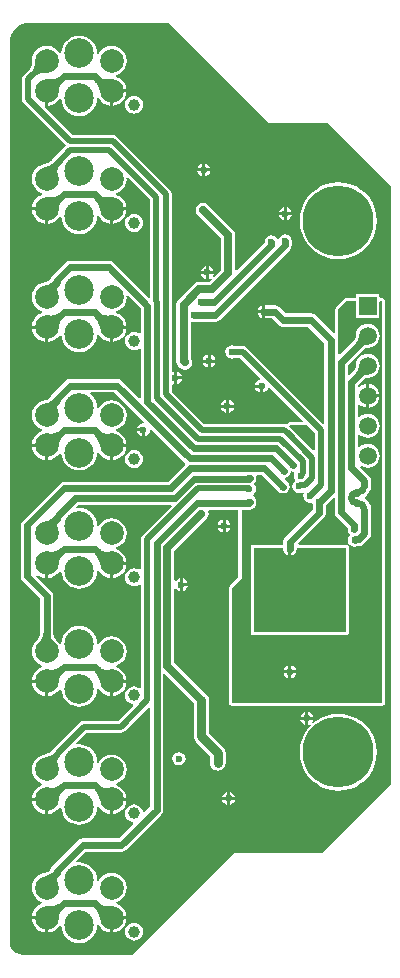
<source format=gtl>
G04*
G04 #@! TF.GenerationSoftware,Altium Limited,Altium Designer,20.0.12 (288)*
G04*
G04 Layer_Physical_Order=1*
G04 Layer_Color=255*
%FSLAX44Y44*%
%MOMM*%
G71*
G01*
G75*
%ADD18C,0.6000*%
%ADD19C,0.5000*%
%ADD20C,0.7000*%
%ADD21C,0.8000*%
%ADD22R,1.5000X1.5000*%
%ADD23C,1.5000*%
%ADD24C,2.0000*%
%ADD25C,1.0000*%
%ADD26C,2.5000*%
%ADD27C,0.6000*%
%ADD28C,6.0000*%
G36*
X20072Y792391D02*
X138505D01*
X222448Y708448D01*
X223619Y707665D01*
X225000Y707391D01*
X273505D01*
X326391Y654505D01*
X326391Y147495D01*
X268505Y89609D01*
X195000D01*
X193619Y89335D01*
X192448Y88552D01*
X107505Y3609D01*
X15000D01*
X14879Y3585D01*
X12041Y3959D01*
X9285Y5101D01*
X6917Y6917D01*
X5101Y9285D01*
X3959Y12041D01*
X3585Y14878D01*
X3609Y15000D01*
X3609Y775929D01*
X3595Y776002D01*
X3904Y779145D01*
X4842Y782237D01*
X6366Y785087D01*
X8416Y787585D01*
X10913Y789635D01*
X13763Y791158D01*
X16856Y792096D01*
X19998Y792405D01*
X20072Y792391D01*
D02*
G37*
%LPC*%
G36*
X62500Y781813D02*
X59552Y781522D01*
X56717Y780662D01*
X54104Y779266D01*
X51814Y777386D01*
X49934Y775096D01*
X48538Y772483D01*
X47678Y769648D01*
X47387Y766700D01*
X47403Y766545D01*
X46157Y766233D01*
X45954Y766724D01*
X43944Y769344D01*
X41324Y771354D01*
X38274Y772617D01*
X35000Y773048D01*
X31726Y772617D01*
X28676Y771354D01*
X26056Y769344D01*
X24046Y766724D01*
X22783Y763674D01*
X22352Y760400D01*
X22406Y759987D01*
X22395Y759177D01*
X22327Y758162D01*
X22211Y757228D01*
X22048Y756379D01*
X21843Y755614D01*
X21600Y754930D01*
X21323Y754324D01*
X21015Y753791D01*
X20733Y753401D01*
X15566Y748234D01*
X14452Y746566D01*
X14061Y744600D01*
Y728455D01*
X14452Y726489D01*
X15566Y724822D01*
X50651Y689737D01*
X51266Y688670D01*
X50667Y688014D01*
X40566Y677914D01*
X39452Y676247D01*
X39436Y676162D01*
X39073Y675799D01*
X38754Y675554D01*
X38222Y675203D01*
X36737Y674401D01*
X35946Y674043D01*
X32709Y672859D01*
X32050Y672660D01*
X31726Y672617D01*
X28676Y671354D01*
X26056Y669344D01*
X24046Y666724D01*
X22783Y663674D01*
X22352Y660400D01*
X22783Y657126D01*
X24046Y654076D01*
X26056Y651456D01*
X28676Y649446D01*
X31233Y648387D01*
Y647013D01*
X28676Y645954D01*
X26056Y643944D01*
X24046Y641324D01*
X22783Y638274D01*
X22519Y636270D01*
X35000D01*
Y635000D01*
X36270D01*
Y622519D01*
X38274Y622783D01*
X41324Y624046D01*
X43944Y626056D01*
X45954Y628676D01*
X46157Y629167D01*
X47403Y628855D01*
X47387Y628700D01*
X47678Y625752D01*
X48538Y622917D01*
X49934Y620304D01*
X51814Y618014D01*
X54104Y616134D01*
X56717Y614738D01*
X59552Y613878D01*
X62500Y613587D01*
X65448Y613878D01*
X68283Y614738D01*
X70896Y616134D01*
X73186Y618014D01*
X75066Y620304D01*
X76462Y622917D01*
X77322Y625752D01*
X77613Y628700D01*
X77597Y628855D01*
X78843Y629167D01*
X79046Y628676D01*
X81056Y626056D01*
X83676Y624046D01*
X86726Y622783D01*
X88730Y622519D01*
Y635000D01*
X90000D01*
Y636270D01*
X102481D01*
X102217Y638274D01*
X100954Y641324D01*
X98944Y643944D01*
X96324Y645954D01*
X93767Y647013D01*
Y648387D01*
X96324Y649446D01*
X98944Y651456D01*
X100954Y654076D01*
X102217Y657126D01*
X102648Y660400D01*
X102538Y661239D01*
X103677Y661801D01*
X122861Y642616D01*
Y560238D01*
X121688Y559752D01*
X91946Y589494D01*
X90113Y590718D01*
X87952Y591148D01*
X87952Y591148D01*
X54713D01*
X54713Y591148D01*
X52551Y590718D01*
X50719Y589494D01*
X50719Y589494D01*
X39706Y578481D01*
X38482Y576649D01*
X38235Y575412D01*
X38227Y575403D01*
X37974Y575187D01*
X37354Y574711D01*
X36734Y574290D01*
X36116Y573923D01*
X35497Y573609D01*
X34878Y573344D01*
X34257Y573127D01*
X33632Y572956D01*
X32909Y572814D01*
X32817Y572776D01*
X32718Y572768D01*
X32663Y572741D01*
X31726Y572617D01*
X28676Y571354D01*
X26056Y569344D01*
X24046Y566724D01*
X22783Y563674D01*
X22352Y560400D01*
X22783Y557126D01*
X24046Y554076D01*
X26056Y551456D01*
X28676Y549446D01*
X31233Y548387D01*
Y547013D01*
X28676Y545954D01*
X26056Y543944D01*
X24046Y541324D01*
X22783Y538274D01*
X22519Y536270D01*
X35000D01*
Y535000D01*
X36270D01*
Y522519D01*
X38274Y522783D01*
X41324Y524046D01*
X43944Y526056D01*
X45954Y528676D01*
X46157Y529167D01*
X47403Y528855D01*
X47387Y528700D01*
X47678Y525752D01*
X48538Y522917D01*
X49934Y520304D01*
X51814Y518014D01*
X54104Y516134D01*
X56717Y514738D01*
X59552Y513878D01*
X62500Y513587D01*
X65448Y513878D01*
X68283Y514738D01*
X70896Y516134D01*
X73186Y518014D01*
X75066Y520304D01*
X76462Y522917D01*
X77322Y525752D01*
X77613Y528700D01*
X77597Y528855D01*
X78843Y529167D01*
X79046Y528676D01*
X81056Y526056D01*
X83676Y524046D01*
X86726Y522783D01*
X88730Y522519D01*
Y535000D01*
X90000D01*
Y536270D01*
X102481D01*
X102217Y538274D01*
X100954Y541324D01*
X98944Y543944D01*
X96324Y545954D01*
X93767Y547013D01*
Y548387D01*
X96324Y549446D01*
X98944Y551456D01*
X100954Y554076D01*
X102217Y557126D01*
X102648Y560400D01*
X102540Y561223D01*
X103679Y561785D01*
X114651Y550812D01*
Y529968D01*
X113382Y529342D01*
X112802Y529786D01*
X110968Y530546D01*
X109000Y530805D01*
X107032Y530546D01*
X105197Y529786D01*
X103622Y528578D01*
X102414Y527002D01*
X101654Y525168D01*
X101395Y523200D01*
X101654Y521232D01*
X102414Y519398D01*
X103622Y517822D01*
X105197Y516614D01*
X107032Y515854D01*
X109000Y515595D01*
X110968Y515854D01*
X112802Y516614D01*
X113382Y517058D01*
X114651Y516432D01*
Y474996D01*
X113478Y474510D01*
X98494Y489494D01*
X96662Y490718D01*
X94500Y491148D01*
X94500Y491148D01*
X54713D01*
X54713Y491148D01*
X52551Y490718D01*
X50719Y489494D01*
X50719Y489494D01*
X39706Y478481D01*
X38482Y476649D01*
X38235Y475412D01*
X38227Y475403D01*
X37974Y475187D01*
X37354Y474711D01*
X36734Y474290D01*
X36116Y473923D01*
X35497Y473609D01*
X34878Y473344D01*
X34257Y473127D01*
X33632Y472956D01*
X32909Y472814D01*
X32817Y472776D01*
X32718Y472768D01*
X32663Y472741D01*
X31726Y472617D01*
X28676Y471354D01*
X26056Y469344D01*
X24046Y466724D01*
X22783Y463674D01*
X22352Y460400D01*
X22783Y457126D01*
X24046Y454076D01*
X26056Y451456D01*
X28676Y449446D01*
X31233Y448387D01*
Y447013D01*
X28676Y445954D01*
X26056Y443944D01*
X24046Y441324D01*
X22783Y438274D01*
X22519Y436270D01*
X35000D01*
Y435000D01*
X36270D01*
Y422519D01*
X38274Y422783D01*
X41324Y424046D01*
X43944Y426056D01*
X45954Y428676D01*
X46157Y429167D01*
X47403Y428855D01*
X47387Y428700D01*
X47678Y425752D01*
X48538Y422917D01*
X49934Y420304D01*
X51814Y418014D01*
X54104Y416134D01*
X56717Y414738D01*
X59552Y413878D01*
X62500Y413587D01*
X65448Y413878D01*
X68283Y414738D01*
X70896Y416134D01*
X73186Y418014D01*
X75066Y420304D01*
X76462Y422917D01*
X77322Y425752D01*
X77613Y428700D01*
X77597Y428855D01*
X78843Y429167D01*
X79046Y428676D01*
X81056Y426056D01*
X83676Y424046D01*
X86726Y422783D01*
X88730Y422519D01*
Y435000D01*
X90000D01*
Y436270D01*
X102481D01*
X102217Y438274D01*
X100954Y441324D01*
X98944Y443944D01*
X96324Y445954D01*
X93767Y447013D01*
Y448387D01*
X96324Y449446D01*
X98944Y451456D01*
X100954Y454076D01*
X102217Y457126D01*
X102648Y460400D01*
X102217Y463674D01*
X100954Y466724D01*
X98944Y469344D01*
X96324Y471354D01*
X93274Y472617D01*
X90000Y473048D01*
X86726Y472617D01*
X83676Y471354D01*
X81056Y469344D01*
X79046Y466724D01*
X78843Y466233D01*
X77597Y466545D01*
X77613Y466700D01*
X77322Y469648D01*
X76462Y472483D01*
X75066Y475096D01*
X73186Y477386D01*
X71730Y478581D01*
X72185Y479851D01*
X92160D01*
X117208Y454803D01*
X116639Y453577D01*
X114838Y453218D01*
X113006Y451994D01*
X111781Y450162D01*
X111604Y449270D01*
X117000D01*
Y448000D01*
X118270D01*
Y442604D01*
X119162Y442781D01*
X120994Y444006D01*
X122219Y445838D01*
X122577Y447639D01*
X123803Y448208D01*
X151813Y420199D01*
X151993Y418970D01*
X151905Y418496D01*
X137598Y404188D01*
X50089D01*
X50088Y404188D01*
X47927Y403759D01*
X46094Y402534D01*
X14706Y371146D01*
X13482Y369313D01*
X13052Y367152D01*
X13052Y367151D01*
Y323820D01*
X13052Y323820D01*
X13482Y321658D01*
X14706Y319826D01*
X29351Y305180D01*
Y275088D01*
X29290Y274638D01*
X29142Y273998D01*
X28933Y273358D01*
X28659Y272715D01*
X28317Y272065D01*
X27901Y271407D01*
X27409Y270742D01*
X26838Y270069D01*
X26377Y269590D01*
X26056Y269344D01*
X24046Y266724D01*
X22783Y263674D01*
X22352Y260400D01*
X22783Y257126D01*
X24046Y254076D01*
X26056Y251456D01*
X28676Y249446D01*
X31233Y248387D01*
Y247013D01*
X28676Y245954D01*
X26056Y243944D01*
X24046Y241324D01*
X22783Y238274D01*
X22519Y236270D01*
X35000D01*
Y235000D01*
X36270D01*
Y222519D01*
X38274Y222783D01*
X41324Y224046D01*
X43944Y226056D01*
X45954Y228676D01*
X46157Y229167D01*
X47403Y228855D01*
X47387Y228700D01*
X47678Y225752D01*
X48538Y222917D01*
X49934Y220304D01*
X51814Y218014D01*
X54104Y216134D01*
X56717Y214738D01*
X59552Y213878D01*
X62500Y213587D01*
X65448Y213878D01*
X68283Y214738D01*
X70896Y216134D01*
X73186Y218014D01*
X75066Y220304D01*
X76462Y222917D01*
X77322Y225752D01*
X77613Y228700D01*
X77597Y228855D01*
X78843Y229167D01*
X79046Y228676D01*
X81056Y226056D01*
X83676Y224046D01*
X86726Y222783D01*
X88730Y222519D01*
Y235000D01*
X90000D01*
Y236270D01*
X102481D01*
X102217Y238274D01*
X100954Y241324D01*
X98944Y243944D01*
X96324Y245954D01*
X93767Y247013D01*
Y248387D01*
X96324Y249446D01*
X98944Y251456D01*
X100954Y254076D01*
X102217Y257126D01*
X102648Y260400D01*
X102217Y263674D01*
X100954Y266724D01*
X98944Y269344D01*
X96324Y271354D01*
X93274Y272617D01*
X90000Y273048D01*
X86726Y272617D01*
X83676Y271354D01*
X81056Y269344D01*
X79046Y266724D01*
X78843Y266233D01*
X77597Y266545D01*
X77613Y266700D01*
X77322Y269648D01*
X76462Y272483D01*
X75066Y275096D01*
X73186Y277386D01*
X70896Y279266D01*
X68283Y280662D01*
X65448Y281522D01*
X62500Y281813D01*
X59552Y281522D01*
X56717Y280662D01*
X54104Y279266D01*
X51814Y277386D01*
X49934Y275096D01*
X48538Y272483D01*
X47678Y269648D01*
X47387Y266700D01*
X47403Y266545D01*
X46157Y266233D01*
X45954Y266724D01*
X43944Y269344D01*
X43623Y269590D01*
X43162Y270069D01*
X42591Y270741D01*
X42099Y271407D01*
X41684Y272065D01*
X41341Y272715D01*
X41067Y273358D01*
X40858Y273998D01*
X40710Y274638D01*
X40648Y275088D01*
Y307520D01*
X40649Y307520D01*
X40219Y309682D01*
X38994Y311514D01*
X38994Y311514D01*
X26041Y324468D01*
X26880Y325424D01*
X28676Y324046D01*
X31726Y322783D01*
X33730Y322519D01*
Y335000D01*
X36270D01*
Y322519D01*
X38274Y322783D01*
X41324Y324046D01*
X43944Y326056D01*
X45954Y328676D01*
X46157Y329167D01*
X47403Y328855D01*
X47387Y328700D01*
X47678Y325752D01*
X48538Y322917D01*
X49934Y320304D01*
X51814Y318014D01*
X54104Y316134D01*
X56717Y314738D01*
X59552Y313878D01*
X62500Y313587D01*
X65448Y313878D01*
X68283Y314738D01*
X70896Y316134D01*
X73186Y318014D01*
X75066Y320304D01*
X76462Y322917D01*
X77322Y325752D01*
X77613Y328700D01*
X77597Y328855D01*
X78843Y329167D01*
X79046Y328676D01*
X81056Y326056D01*
X83676Y324046D01*
X86726Y322783D01*
X88730Y322519D01*
Y335000D01*
X90000D01*
Y336270D01*
X102481D01*
X102217Y338274D01*
X100954Y341324D01*
X98944Y343944D01*
X96324Y345954D01*
X93767Y347013D01*
Y348387D01*
X96324Y349446D01*
X98944Y351456D01*
X100954Y354076D01*
X102217Y357126D01*
X102648Y360400D01*
X102217Y363674D01*
X100954Y366724D01*
X98944Y369344D01*
X96324Y371354D01*
X93274Y372617D01*
X90000Y373048D01*
X86726Y372617D01*
X83676Y371354D01*
X81056Y369344D01*
X79046Y366724D01*
X78843Y366233D01*
X77597Y366545D01*
X77613Y366700D01*
X77322Y369648D01*
X76462Y372483D01*
X75066Y375096D01*
X73186Y377386D01*
X70896Y379266D01*
X68283Y380662D01*
X65448Y381522D01*
X62500Y381813D01*
X60625Y381628D01*
X60048Y382847D01*
X61553Y384352D01*
X140270D01*
X140756Y383178D01*
X116366Y358788D01*
X115252Y357121D01*
X114861Y355155D01*
Y329807D01*
X113591Y329181D01*
X112802Y329786D01*
X110968Y330546D01*
X109000Y330805D01*
X107032Y330546D01*
X105197Y329786D01*
X103622Y328578D01*
X102414Y327002D01*
X101654Y325168D01*
X101395Y323200D01*
X101654Y321232D01*
X102414Y319398D01*
X103622Y317822D01*
X105197Y316614D01*
X107032Y315854D01*
X109000Y315595D01*
X110968Y315854D01*
X112802Y316614D01*
X113591Y317219D01*
X114861Y316593D01*
Y229807D01*
X113591Y229181D01*
X112802Y229786D01*
X110968Y230546D01*
X109000Y230805D01*
X107032Y230546D01*
X105197Y229786D01*
X103622Y228578D01*
X102414Y227003D01*
X101654Y225168D01*
X101395Y223200D01*
X101654Y221232D01*
X102414Y219398D01*
X103622Y217822D01*
X105197Y216614D01*
X107032Y215854D01*
X107767Y215757D01*
X108223Y214416D01*
X95448Y201642D01*
X66423D01*
X64457Y201251D01*
X62790Y200137D01*
X40566Y177914D01*
X39452Y176247D01*
X39436Y176162D01*
X39073Y175799D01*
X38754Y175554D01*
X38222Y175203D01*
X36737Y174401D01*
X35946Y174043D01*
X32709Y172859D01*
X32050Y172660D01*
X31726Y172617D01*
X28676Y171354D01*
X26056Y169344D01*
X24046Y166724D01*
X22783Y163674D01*
X22352Y160400D01*
X22783Y157126D01*
X24046Y154076D01*
X26056Y151456D01*
X28676Y149446D01*
X31233Y148387D01*
Y147013D01*
X28676Y145954D01*
X26056Y143944D01*
X24046Y141324D01*
X22783Y138274D01*
X22519Y136270D01*
X35000D01*
Y135000D01*
X36270D01*
Y122519D01*
X38274Y122783D01*
X41324Y124046D01*
X43944Y126056D01*
X45954Y128676D01*
X46157Y129167D01*
X47403Y128855D01*
X47387Y128700D01*
X47678Y125752D01*
X48538Y122917D01*
X49934Y120304D01*
X51814Y118014D01*
X54104Y116134D01*
X56717Y114738D01*
X59552Y113878D01*
X62500Y113587D01*
X65448Y113878D01*
X68283Y114738D01*
X70896Y116134D01*
X73186Y118014D01*
X75066Y120304D01*
X76462Y122917D01*
X77322Y125752D01*
X77613Y128700D01*
X77597Y128855D01*
X78843Y129167D01*
X79046Y128676D01*
X81056Y126056D01*
X83676Y124046D01*
X86726Y122783D01*
X88730Y122519D01*
Y135000D01*
X90000D01*
Y136270D01*
X102481D01*
X102217Y138274D01*
X100954Y141324D01*
X98944Y143944D01*
X96324Y145954D01*
X93767Y147013D01*
Y148387D01*
X96324Y149446D01*
X98944Y151456D01*
X100954Y154076D01*
X102217Y157126D01*
X102648Y160400D01*
X102217Y163674D01*
X100954Y166724D01*
X98944Y169344D01*
X96324Y171354D01*
X93274Y172617D01*
X90000Y173048D01*
X86726Y172617D01*
X83676Y171354D01*
X81056Y169344D01*
X79046Y166724D01*
X78843Y166233D01*
X77597Y166545D01*
X77613Y166700D01*
X77322Y169648D01*
X76462Y172483D01*
X75066Y175096D01*
X73186Y177386D01*
X70896Y179266D01*
X68283Y180662D01*
X65448Y181522D01*
X62500Y181813D01*
X60610Y181627D01*
X60033Y182846D01*
X68552Y191365D01*
X97577D01*
X99543Y191756D01*
X101210Y192870D01*
X121218Y212877D01*
X122391Y212391D01*
Y128599D01*
X117782Y123990D01*
X116441Y124445D01*
X116346Y125168D01*
X115586Y127002D01*
X114378Y128578D01*
X112802Y129786D01*
X110968Y130546D01*
X109000Y130805D01*
X107032Y130546D01*
X105197Y129786D01*
X103622Y128578D01*
X102414Y127002D01*
X101654Y125168D01*
X101395Y123200D01*
X101654Y121232D01*
X102414Y119397D01*
X103622Y117822D01*
X105197Y116614D01*
X107032Y115854D01*
X107755Y115759D01*
X108210Y114418D01*
X95944Y102152D01*
X65716D01*
X63555Y101722D01*
X61722Y100497D01*
X61722Y100497D01*
X39706Y78481D01*
X38482Y76649D01*
X38235Y75412D01*
X38227Y75403D01*
X37974Y75187D01*
X37354Y74710D01*
X36734Y74290D01*
X36116Y73923D01*
X35497Y73608D01*
X34878Y73344D01*
X34257Y73127D01*
X33632Y72956D01*
X32909Y72814D01*
X32817Y72776D01*
X32718Y72768D01*
X32663Y72741D01*
X31726Y72617D01*
X28676Y71354D01*
X26056Y69344D01*
X24046Y66724D01*
X22783Y63674D01*
X22352Y60400D01*
X22783Y57126D01*
X24046Y54076D01*
X26056Y51456D01*
X28676Y49446D01*
X31233Y48387D01*
Y47013D01*
X28676Y45954D01*
X26056Y43944D01*
X24046Y41324D01*
X22783Y38274D01*
X22519Y36270D01*
X35000D01*
Y35000D01*
X36270D01*
Y22519D01*
X38274Y22783D01*
X41324Y24046D01*
X43944Y26056D01*
X45954Y28676D01*
X46157Y29167D01*
X47403Y28855D01*
X47387Y28700D01*
X47678Y25752D01*
X48538Y22917D01*
X49934Y20304D01*
X51814Y18014D01*
X54104Y16134D01*
X56717Y14738D01*
X59552Y13878D01*
X62500Y13587D01*
X65448Y13878D01*
X68283Y14738D01*
X70896Y16134D01*
X73186Y18014D01*
X75066Y20304D01*
X76462Y22917D01*
X77322Y25752D01*
X77613Y28700D01*
X77597Y28855D01*
X78843Y29167D01*
X79046Y28676D01*
X81056Y26056D01*
X83676Y24046D01*
X86726Y22783D01*
X88730Y22519D01*
Y35000D01*
X90000D01*
Y36270D01*
X102481D01*
X102217Y38274D01*
X100954Y41324D01*
X98944Y43944D01*
X96324Y45954D01*
X93767Y47013D01*
Y48387D01*
X96324Y49446D01*
X98944Y51456D01*
X100954Y54076D01*
X102217Y57126D01*
X102648Y60400D01*
X102217Y63674D01*
X100954Y66724D01*
X98944Y69344D01*
X96324Y71354D01*
X93274Y72617D01*
X90000Y73048D01*
X86726Y72617D01*
X83676Y71354D01*
X81056Y69344D01*
X79046Y66724D01*
X78843Y66233D01*
X77597Y66545D01*
X77613Y66700D01*
X77322Y69648D01*
X76462Y72483D01*
X75066Y75096D01*
X73186Y77386D01*
X70896Y79266D01*
X68283Y80662D01*
X65448Y81522D01*
X62500Y81813D01*
X60625Y81628D01*
X60048Y82847D01*
X68056Y90855D01*
X98284D01*
X98284Y90855D01*
X100445Y91285D01*
X102278Y92509D01*
X132034Y122265D01*
X132034Y122265D01*
X133258Y124098D01*
X133688Y126259D01*
Y240943D01*
X134862Y241429D01*
X159403Y216887D01*
Y188700D01*
X159628Y186993D01*
X160287Y185402D01*
X161336Y184036D01*
X173404Y171968D01*
Y166000D01*
X173628Y164293D01*
X174287Y162702D01*
X175336Y161336D01*
X176702Y160287D01*
X178293Y159628D01*
X180000Y159404D01*
X181707Y159628D01*
X183298Y160287D01*
X184664Y161336D01*
X185713Y162702D01*
X186372Y164293D01*
X186596Y166000D01*
Y174700D01*
X186372Y176407D01*
X185713Y177998D01*
X184664Y179364D01*
X172596Y191432D01*
Y219000D01*
X172372Y220707D01*
X171713Y222298D01*
X170664Y223664D01*
X169298Y224713D01*
X168783Y224926D01*
X143238Y250471D01*
Y313365D01*
X144508Y313750D01*
X145006Y313006D01*
X146838Y311781D01*
X147730Y311604D01*
Y317000D01*
Y322396D01*
X146838Y322219D01*
X145006Y320994D01*
X144508Y320249D01*
X143238Y320635D01*
Y345529D01*
X170355Y372645D01*
X171689Y374643D01*
X172158Y377000D01*
X171736Y379121D01*
X172409Y380392D01*
X197410D01*
Y323073D01*
X189919Y315581D01*
X189357Y314741D01*
X189160Y313750D01*
Y217000D01*
X189357Y216009D01*
X189919Y215169D01*
X190759Y214607D01*
X191750Y214410D01*
X319000Y214410D01*
X319991Y214607D01*
X320831Y215169D01*
X321393Y216009D01*
X321590Y217000D01*
X321590Y557000D01*
X321393Y557991D01*
X320831Y558831D01*
X319991Y559392D01*
X319000Y559589D01*
X317688Y559590D01*
X317688Y559590D01*
X316790Y560586D01*
Y562990D01*
X296710D01*
Y560488D01*
X295812Y559590D01*
X289000Y559590D01*
X288009Y559393D01*
X287169Y558831D01*
X280168Y551831D01*
X279607Y550990D01*
X279410Y550000D01*
X279410Y530237D01*
X278237Y529751D01*
X262994Y544994D01*
X261162Y546218D01*
X259000Y546648D01*
X259000Y546648D01*
X237340D01*
X231994Y551994D01*
X230162Y553219D01*
X228000Y553648D01*
X228000Y553648D01*
X220270D01*
Y548000D01*
Y542351D01*
X225660D01*
X231006Y537006D01*
X231006Y537006D01*
X232838Y535781D01*
X235000Y535351D01*
X235000Y535351D01*
X256660D01*
X270101Y521910D01*
Y453610D01*
X268928Y453124D01*
X204609Y517442D01*
X202942Y518556D01*
X200976Y518947D01*
X194567D01*
X194162Y519218D01*
X192000Y519649D01*
X189838Y519218D01*
X188006Y517994D01*
X186781Y516162D01*
X186352Y514000D01*
X186781Y511838D01*
X188006Y510006D01*
X189838Y508781D01*
X192000Y508352D01*
X193601Y508670D01*
X198847D01*
X215938Y491579D01*
X215569Y490364D01*
X214838Y490219D01*
X213006Y488994D01*
X211781Y487162D01*
X211604Y486270D01*
X217000D01*
Y485000D01*
X218270D01*
Y479604D01*
X219162Y479781D01*
X220994Y481006D01*
X222219Y482838D01*
X222364Y483569D01*
X223579Y483938D01*
X251754Y455763D01*
X251268Y454590D01*
X241095D01*
X240104Y454393D01*
X239264Y453831D01*
X239074Y453546D01*
X238296Y452929D01*
X237542Y452814D01*
X236063Y453108D01*
X168270D01*
X141099Y480279D01*
Y485864D01*
X142369Y486676D01*
X142730Y486604D01*
Y492000D01*
Y497396D01*
X142369Y497324D01*
X141099Y498135D01*
Y647448D01*
X140708Y649414D01*
X139594Y651081D01*
X94501Y696174D01*
X92834Y697288D01*
X90868Y697679D01*
X57244D01*
X33600Y721323D01*
X33730Y721588D01*
Y735000D01*
X36270D01*
Y722519D01*
X38274Y722783D01*
X41324Y724046D01*
X43944Y726056D01*
X45954Y728676D01*
X46157Y729167D01*
X47403Y728855D01*
X47387Y728700D01*
X47678Y725752D01*
X48538Y722917D01*
X49934Y720304D01*
X51814Y718014D01*
X54104Y716134D01*
X56717Y714738D01*
X59552Y713878D01*
X62500Y713587D01*
X65448Y713878D01*
X68283Y714738D01*
X70896Y716134D01*
X73186Y718014D01*
X75066Y720304D01*
X76462Y722917D01*
X77322Y725752D01*
X77613Y728700D01*
X77597Y728855D01*
X78843Y729167D01*
X79046Y728676D01*
X81056Y726056D01*
X83676Y724046D01*
X86726Y722783D01*
X88730Y722519D01*
Y735000D01*
X90000D01*
Y736270D01*
X102481D01*
X102217Y738274D01*
X100954Y741324D01*
X98944Y743944D01*
X96324Y745954D01*
X93767Y747013D01*
Y748387D01*
X96324Y749446D01*
X98944Y751456D01*
X100954Y754076D01*
X102217Y757126D01*
X102648Y760400D01*
X102217Y763674D01*
X100954Y766724D01*
X98944Y769344D01*
X96324Y771354D01*
X93274Y772617D01*
X90000Y773048D01*
X86726Y772617D01*
X83676Y771354D01*
X81056Y769344D01*
X79046Y766724D01*
X78843Y766233D01*
X77597Y766545D01*
X77613Y766700D01*
X77322Y769648D01*
X76462Y772483D01*
X75066Y775096D01*
X73186Y777386D01*
X70896Y779266D01*
X68283Y780662D01*
X65448Y781522D01*
X62500Y781813D01*
D02*
G37*
G36*
X102481Y733730D02*
X91270D01*
Y722519D01*
X93274Y722783D01*
X96324Y724046D01*
X98944Y726056D01*
X100954Y728676D01*
X102217Y731726D01*
X102481Y733730D01*
D02*
G37*
G36*
X109000Y730805D02*
X107032Y730546D01*
X105197Y729786D01*
X103622Y728578D01*
X102414Y727002D01*
X101654Y725168D01*
X101395Y723200D01*
X101654Y721232D01*
X102414Y719397D01*
X103622Y717822D01*
X105197Y716614D01*
X107032Y715854D01*
X109000Y715595D01*
X110968Y715854D01*
X112802Y716614D01*
X114378Y717822D01*
X115586Y719397D01*
X116346Y721232D01*
X116605Y723200D01*
X116346Y725168D01*
X115586Y727002D01*
X114378Y728578D01*
X112802Y729786D01*
X110968Y730546D01*
X109000Y730805D01*
D02*
G37*
G36*
X169270Y673396D02*
Y669270D01*
X173396D01*
X173219Y670162D01*
X171994Y671994D01*
X170162Y673219D01*
X169270Y673396D01*
D02*
G37*
G36*
X166730D02*
X165838Y673219D01*
X164006Y671994D01*
X162781Y670162D01*
X162604Y669270D01*
X166730D01*
Y673396D01*
D02*
G37*
G36*
X173396Y666730D02*
X169270D01*
Y662604D01*
X170162Y662782D01*
X171994Y664006D01*
X173219Y665838D01*
X173396Y666730D01*
D02*
G37*
G36*
X166730D02*
X162604D01*
X162781Y665838D01*
X164006Y664006D01*
X165838Y662782D01*
X166730Y662604D01*
Y666730D01*
D02*
G37*
G36*
X238270Y636396D02*
Y632270D01*
X242396D01*
X242219Y633162D01*
X240994Y634994D01*
X239162Y636219D01*
X238270Y636396D01*
D02*
G37*
G36*
X235730D02*
X234838Y636219D01*
X233006Y634994D01*
X231782Y633162D01*
X231604Y632270D01*
X235730D01*
Y636396D01*
D02*
G37*
G36*
X242396Y629730D02*
X238270D01*
Y625604D01*
X239162Y625782D01*
X240994Y627006D01*
X242219Y628838D01*
X242396Y629730D01*
D02*
G37*
G36*
X235730D02*
X231604D01*
X231782Y628838D01*
X233006Y627006D01*
X234838Y625782D01*
X235730Y625604D01*
Y629730D01*
D02*
G37*
G36*
X102481Y633730D02*
X91270D01*
Y622519D01*
X93274Y622783D01*
X96324Y624046D01*
X98944Y626056D01*
X100954Y628676D01*
X102217Y631726D01*
X102481Y633730D01*
D02*
G37*
G36*
X33730Y633730D02*
X22519D01*
X22783Y631726D01*
X24046Y628676D01*
X26056Y626056D01*
X28676Y624046D01*
X31726Y622783D01*
X33730Y622519D01*
Y633730D01*
D02*
G37*
G36*
X109000Y630805D02*
X107032Y630546D01*
X105197Y629786D01*
X103622Y628578D01*
X102414Y627002D01*
X101654Y625168D01*
X101395Y623200D01*
X101654Y621232D01*
X102414Y619398D01*
X103622Y617822D01*
X105197Y616614D01*
X107032Y615854D01*
X109000Y615595D01*
X110968Y615854D01*
X112802Y616614D01*
X114378Y617822D01*
X115586Y619398D01*
X116346Y621232D01*
X116605Y623200D01*
X116346Y625168D01*
X115586Y627002D01*
X114378Y628578D01*
X112802Y629786D01*
X110968Y630546D01*
X109000Y630805D01*
D02*
G37*
G36*
X282000Y657641D02*
X276894Y657239D01*
X271914Y656043D01*
X267181Y654083D01*
X262814Y651407D01*
X258920Y648080D01*
X255593Y644186D01*
X252917Y639818D01*
X250957Y635087D01*
X249761Y630106D01*
X249359Y625000D01*
X249761Y619894D01*
X250957Y614913D01*
X252917Y610182D01*
X255593Y605814D01*
X258920Y601920D01*
X262814Y598593D01*
X267181Y595917D01*
X271914Y593957D01*
X276894Y592761D01*
X282000Y592359D01*
X287106Y592761D01*
X292087Y593957D01*
X296819Y595917D01*
X301186Y598593D01*
X305080Y601920D01*
X308407Y605814D01*
X311083Y610182D01*
X313043Y614913D01*
X314239Y619894D01*
X314641Y625000D01*
X314239Y630106D01*
X313043Y635087D01*
X311083Y639818D01*
X308407Y644186D01*
X305080Y648080D01*
X301186Y651407D01*
X296819Y654083D01*
X292087Y656043D01*
X287106Y657239D01*
X282000Y657641D01*
D02*
G37*
G36*
X172310Y586706D02*
Y582580D01*
X176436D01*
X176259Y583472D01*
X175034Y585304D01*
X173202Y586529D01*
X172310Y586706D01*
D02*
G37*
G36*
X169770D02*
X168878Y586529D01*
X167046Y585304D01*
X165821Y583472D01*
X165644Y582580D01*
X169770D01*
Y586706D01*
D02*
G37*
G36*
X167500Y640158D02*
X165143Y639689D01*
X163145Y638355D01*
X161810Y636357D01*
X161342Y634000D01*
X161810Y631643D01*
X163145Y629645D01*
X182342Y610449D01*
Y583051D01*
X176471Y577180D01*
X175484Y577989D01*
X176259Y579148D01*
X176436Y580040D01*
X172310D01*
Y575914D01*
X173202Y576091D01*
X174361Y576866D01*
X175170Y575879D01*
X172571Y573281D01*
X164338D01*
X161981Y572812D01*
X159983Y571477D01*
X146605Y558099D01*
X145270Y556101D01*
X144802Y553745D01*
Y506040D01*
X145270Y503683D01*
X146605Y501685D01*
X147645Y500645D01*
X149643Y499310D01*
X152000Y498842D01*
X154357Y499310D01*
X156355Y500645D01*
X157690Y502643D01*
X158158Y505000D01*
X157690Y507357D01*
X157118Y508212D01*
Y538851D01*
X158388Y539672D01*
X160000Y539351D01*
X177862D01*
X177862Y539351D01*
X180023Y539781D01*
X181856Y541006D01*
X240994Y600144D01*
X240994Y600144D01*
X242218Y601977D01*
X242649Y604138D01*
X242649Y604138D01*
Y608000D01*
X242218Y610162D01*
X240994Y611994D01*
X239162Y613218D01*
X237000Y613648D01*
X234838Y613218D01*
X233006Y611994D01*
X231781Y610162D01*
X231684Y609674D01*
X231000Y609509D01*
X230363Y609540D01*
X229244Y611214D01*
X227412Y612439D01*
X225250Y612869D01*
X223088Y612439D01*
X221256Y611214D01*
X220031Y609382D01*
X219601Y607220D01*
Y606805D01*
X195832Y583035D01*
X194658Y583521D01*
Y613000D01*
X194189Y615357D01*
X192855Y617355D01*
X171855Y638354D01*
X171855Y638355D01*
X169857Y639689D01*
X167500Y640158D01*
D02*
G37*
G36*
X169770Y580040D02*
X165644D01*
X165821Y579148D01*
X167046Y577316D01*
X168878Y576091D01*
X169770Y575914D01*
Y580040D01*
D02*
G37*
G36*
X217730Y553396D02*
X216838Y553219D01*
X215006Y551994D01*
X213781Y550162D01*
X213604Y549270D01*
X217730D01*
Y553396D01*
D02*
G37*
G36*
Y546730D02*
X213604D01*
X213781Y545838D01*
X215006Y544006D01*
X216838Y542781D01*
X217730Y542604D01*
Y546730D01*
D02*
G37*
G36*
X102481Y533730D02*
X91270D01*
Y522519D01*
X93274Y522783D01*
X96324Y524046D01*
X98944Y526056D01*
X100954Y528676D01*
X102217Y531726D01*
X102481Y533730D01*
D02*
G37*
G36*
X33730Y533730D02*
X22519D01*
X22783Y531726D01*
X24046Y528676D01*
X26056Y526056D01*
X28676Y524046D01*
X31726Y522783D01*
X33730Y522519D01*
Y533730D01*
D02*
G37*
G36*
X173770Y511646D02*
Y507520D01*
X177896D01*
X177719Y508412D01*
X176494Y510244D01*
X174662Y511469D01*
X173770Y511646D01*
D02*
G37*
G36*
X171230D02*
X170338Y511469D01*
X168506Y510244D01*
X167281Y508412D01*
X167104Y507520D01*
X171230D01*
Y511646D01*
D02*
G37*
G36*
X177896Y504980D02*
X173770D01*
Y500854D01*
X174662Y501031D01*
X176494Y502256D01*
X177719Y504088D01*
X177896Y504980D01*
D02*
G37*
G36*
X171230D02*
X167104D01*
X167281Y504088D01*
X168506Y502256D01*
X170338Y501031D01*
X171230Y500854D01*
Y504980D01*
D02*
G37*
G36*
X145270Y497396D02*
Y493270D01*
X149396D01*
X149219Y494162D01*
X147994Y495994D01*
X146162Y497219D01*
X145270Y497396D01*
D02*
G37*
G36*
X149396Y490730D02*
X145270D01*
Y486604D01*
X146162Y486781D01*
X147994Y488006D01*
X149219Y489838D01*
X149396Y490730D01*
D02*
G37*
G36*
X215730Y483730D02*
X211604D01*
X211781Y482838D01*
X213006Y481006D01*
X214838Y479781D01*
X215730Y479604D01*
Y483730D01*
D02*
G37*
G36*
X189270Y473396D02*
Y469270D01*
X193396D01*
X193218Y470162D01*
X191994Y471994D01*
X190162Y473218D01*
X189270Y473396D01*
D02*
G37*
G36*
X186730D02*
X185838Y473218D01*
X184006Y471994D01*
X182781Y470162D01*
X182604Y469270D01*
X186730D01*
Y473396D01*
D02*
G37*
G36*
X193396Y466730D02*
X189270D01*
Y462604D01*
X190162Y462781D01*
X191994Y464006D01*
X193218Y465838D01*
X193396Y466730D01*
D02*
G37*
G36*
X186730D02*
X182604D01*
X182781Y465838D01*
X184006Y464006D01*
X185838Y462781D01*
X186730Y462604D01*
Y466730D01*
D02*
G37*
G36*
X115730Y446730D02*
X111604D01*
X111781Y445838D01*
X113006Y444006D01*
X114838Y442781D01*
X115730Y442604D01*
Y446730D01*
D02*
G37*
G36*
X102481Y433730D02*
X91270D01*
Y422519D01*
X93274Y422783D01*
X96324Y424046D01*
X98944Y426056D01*
X100954Y428676D01*
X102217Y431726D01*
X102481Y433730D01*
D02*
G37*
G36*
X33730Y433730D02*
X22519D01*
X22783Y431726D01*
X24046Y428676D01*
X26056Y426056D01*
X28676Y424046D01*
X31726Y422783D01*
X33730Y422519D01*
Y433730D01*
D02*
G37*
G36*
X109000Y430805D02*
X107032Y430546D01*
X105197Y429786D01*
X103622Y428578D01*
X102414Y427002D01*
X101654Y425168D01*
X101395Y423200D01*
X101654Y421232D01*
X102414Y419398D01*
X103622Y417822D01*
X105197Y416614D01*
X107032Y415854D01*
X109000Y415595D01*
X110968Y415854D01*
X112802Y416614D01*
X114378Y417822D01*
X115586Y419398D01*
X116346Y421232D01*
X116605Y423200D01*
X116346Y425168D01*
X115586Y427002D01*
X114378Y428578D01*
X112802Y429786D01*
X110968Y430546D01*
X109000Y430805D01*
D02*
G37*
G36*
X186435Y371896D02*
Y367770D01*
X190561D01*
X190384Y368662D01*
X189159Y370494D01*
X187327Y371719D01*
X186435Y371896D01*
D02*
G37*
G36*
X183895D02*
X183004Y371719D01*
X181171Y370494D01*
X179947Y368662D01*
X179769Y367770D01*
X183895D01*
Y371896D01*
D02*
G37*
G36*
X190561Y365230D02*
X186435D01*
Y361104D01*
X187327Y361281D01*
X189159Y362506D01*
X190384Y364338D01*
X190561Y365230D01*
D02*
G37*
G36*
X183895D02*
X179769D01*
X179947Y364338D01*
X181171Y362506D01*
X183004Y361281D01*
X183895Y361104D01*
Y365230D01*
D02*
G37*
G36*
X102481Y333730D02*
X91270D01*
Y322519D01*
X93274Y322783D01*
X96324Y324046D01*
X98944Y326056D01*
X100954Y328676D01*
X102217Y331726D01*
X102481Y333730D01*
D02*
G37*
G36*
X150270Y322396D02*
Y318270D01*
X154396D01*
X154219Y319162D01*
X152994Y320994D01*
X151162Y322219D01*
X150270Y322396D01*
D02*
G37*
G36*
X154396Y315730D02*
X150270D01*
Y311604D01*
X151162Y311781D01*
X152994Y313006D01*
X154219Y314838D01*
X154396Y315730D01*
D02*
G37*
G36*
X102481Y233730D02*
X91270D01*
Y222519D01*
X93274Y222783D01*
X96324Y224046D01*
X98944Y226056D01*
X100954Y228676D01*
X102217Y231726D01*
X102481Y233730D01*
D02*
G37*
G36*
X33730Y233730D02*
X22519D01*
X22783Y231726D01*
X24046Y228676D01*
X26056Y226056D01*
X28676Y224046D01*
X31726Y222783D01*
X33730Y222519D01*
Y233730D01*
D02*
G37*
G36*
X256546Y209132D02*
Y205006D01*
X260672D01*
X260494Y205898D01*
X259270Y207730D01*
X257437Y208954D01*
X256546Y209132D01*
D02*
G37*
G36*
X254006D02*
X253114Y208954D01*
X251282Y207730D01*
X250057Y205898D01*
X249880Y205006D01*
X254006D01*
Y209132D01*
D02*
G37*
G36*
X282000Y207641D02*
X276894Y207239D01*
X271914Y206043D01*
X267181Y204083D01*
X262814Y201407D01*
X260708Y199608D01*
X259749Y200459D01*
X260494Y201574D01*
X260672Y202466D01*
X256546D01*
Y198340D01*
X257437Y198517D01*
X257869Y198805D01*
X258720Y197847D01*
X255593Y194186D01*
X252917Y189818D01*
X250957Y185086D01*
X249761Y180106D01*
X249359Y175000D01*
X249761Y169894D01*
X250957Y164914D01*
X252917Y160182D01*
X255593Y155814D01*
X258920Y151920D01*
X262814Y148593D01*
X267181Y145917D01*
X271914Y143957D01*
X276894Y142761D01*
X282000Y142359D01*
X287106Y142761D01*
X292087Y143957D01*
X296819Y145917D01*
X301186Y148593D01*
X305080Y151920D01*
X308407Y155814D01*
X311083Y160182D01*
X313043Y164914D01*
X314239Y169894D01*
X314641Y175000D01*
X314239Y180106D01*
X313043Y185086D01*
X311083Y189818D01*
X308407Y194186D01*
X305080Y198080D01*
X301186Y201407D01*
X296819Y204083D01*
X292087Y206043D01*
X287106Y207239D01*
X282000Y207641D01*
D02*
G37*
G36*
X254006Y202466D02*
X249880D01*
X250057Y201574D01*
X251282Y199742D01*
X253114Y198517D01*
X254006Y198340D01*
Y202466D01*
D02*
G37*
G36*
X147000Y175149D02*
X144838Y174718D01*
X143006Y173494D01*
X141781Y171662D01*
X141351Y169500D01*
X141781Y167338D01*
X143006Y165506D01*
X144838Y164281D01*
X147000Y163852D01*
X149162Y164281D01*
X150994Y165506D01*
X152219Y167338D01*
X152648Y169500D01*
X152219Y171662D01*
X150994Y173494D01*
X149162Y174718D01*
X147000Y175149D01*
D02*
G37*
G36*
X190270Y141396D02*
Y137270D01*
X194396D01*
X194219Y138162D01*
X192994Y139994D01*
X191162Y141219D01*
X190270Y141396D01*
D02*
G37*
G36*
X187730D02*
X186838Y141219D01*
X185006Y139994D01*
X183781Y138162D01*
X183604Y137270D01*
X187730D01*
Y141396D01*
D02*
G37*
G36*
X194396Y134730D02*
X190270D01*
Y130604D01*
X191162Y130781D01*
X192994Y132006D01*
X194219Y133838D01*
X194396Y134730D01*
D02*
G37*
G36*
X187730D02*
X183604D01*
X183781Y133838D01*
X185006Y132006D01*
X186838Y130781D01*
X187730Y130604D01*
Y134730D01*
D02*
G37*
G36*
X102481Y133730D02*
X91270D01*
Y122519D01*
X93274Y122783D01*
X96324Y124046D01*
X98944Y126056D01*
X100954Y128676D01*
X102217Y131726D01*
X102481Y133730D01*
D02*
G37*
G36*
X33730Y133730D02*
X22519D01*
X22783Y131726D01*
X24046Y128676D01*
X26056Y126056D01*
X28676Y124046D01*
X31726Y122783D01*
X33730Y122519D01*
Y133730D01*
D02*
G37*
G36*
X102481Y33730D02*
X91270D01*
Y22519D01*
X93274Y22783D01*
X96324Y24046D01*
X98944Y26056D01*
X100954Y28676D01*
X102217Y31726D01*
X102481Y33730D01*
D02*
G37*
G36*
X33730Y33730D02*
X22519D01*
X22783Y31726D01*
X24046Y28676D01*
X26056Y26056D01*
X28676Y24046D01*
X31726Y22783D01*
X33730Y22519D01*
Y33730D01*
D02*
G37*
G36*
X109000Y30805D02*
X107032Y30546D01*
X105197Y29786D01*
X103622Y28578D01*
X102414Y27002D01*
X101654Y25168D01*
X101395Y23200D01*
X101654Y21232D01*
X102414Y19397D01*
X103622Y17822D01*
X105197Y16614D01*
X107032Y15854D01*
X109000Y15595D01*
X110968Y15854D01*
X112802Y16614D01*
X114378Y17822D01*
X115586Y19397D01*
X116346Y21232D01*
X116605Y23200D01*
X116346Y25168D01*
X115586Y27002D01*
X114378Y28578D01*
X112802Y29786D01*
X110968Y30546D01*
X109000Y30805D01*
D02*
G37*
%LPD*%
G36*
X34900Y750400D02*
X33674Y750383D01*
X31424Y750170D01*
X30400Y749974D01*
X29444Y749718D01*
X28556Y749402D01*
X27735Y749027D01*
X26982Y748592D01*
X26297Y748097D01*
X25679Y747543D01*
X22143Y751079D01*
X22697Y751696D01*
X23192Y752382D01*
X23627Y753135D01*
X24002Y753956D01*
X24318Y754844D01*
X24574Y755800D01*
X24770Y756824D01*
X24906Y757915D01*
X24983Y759074D01*
X25001Y760300D01*
X34900Y750400D01*
D02*
G37*
G36*
X48675Y742563D02*
X48090Y741927D01*
X47552Y741238D01*
X47060Y740494D01*
X46615Y739697D01*
X46216Y738845D01*
X45865Y737939D01*
X45560Y736980D01*
X45301Y735966D01*
X45090Y734899D01*
X44925Y733777D01*
X36421Y744899D01*
X37468Y744786D01*
X38474Y744753D01*
X39438Y744802D01*
X40360Y744931D01*
X41242Y745141D01*
X42082Y745431D01*
X42880Y745802D01*
X43637Y746254D01*
X44353Y746787D01*
X45027Y747400D01*
X48675Y742563D01*
D02*
G37*
G36*
X80647Y746787D02*
X81363Y746254D01*
X82120Y745802D01*
X82918Y745431D01*
X83758Y745141D01*
X84640Y744931D01*
X85562Y744802D01*
X86526Y744753D01*
X87532Y744786D01*
X88579Y744899D01*
X80075Y733777D01*
X79910Y734899D01*
X79440Y736980D01*
X79135Y737939D01*
X78784Y738845D01*
X78385Y739697D01*
X77940Y740494D01*
X77448Y741238D01*
X76910Y741927D01*
X76325Y742563D01*
X79973Y747400D01*
X80647Y746787D01*
D02*
G37*
G36*
X45968Y671891D02*
X45395Y671248D01*
X44918Y670558D01*
X44537Y669821D01*
X44252Y669038D01*
X44062Y668209D01*
X43969Y667333D01*
X43970Y666411D01*
X44068Y665442D01*
X44261Y664427D01*
X44550Y663366D01*
X32226Y670007D01*
X33529Y670401D01*
X36926Y671644D01*
X37887Y672079D01*
X39553Y672979D01*
X40258Y673444D01*
X40877Y673919D01*
X41410Y674405D01*
X45968Y671891D01*
D02*
G37*
G36*
X48675Y642563D02*
X48090Y641927D01*
X47552Y641238D01*
X47060Y640494D01*
X46615Y639697D01*
X46216Y638845D01*
X45865Y637939D01*
X45560Y636980D01*
X45301Y635966D01*
X45090Y634898D01*
X44925Y633777D01*
X36421Y644899D01*
X37468Y644786D01*
X38474Y644753D01*
X39438Y644802D01*
X40360Y644931D01*
X41242Y645141D01*
X42082Y645431D01*
X42880Y645802D01*
X43637Y646254D01*
X44353Y646787D01*
X45027Y647400D01*
X48675Y642563D01*
D02*
G37*
G36*
X80647Y646787D02*
X81363Y646254D01*
X82120Y645802D01*
X82918Y645431D01*
X83758Y645141D01*
X84640Y644931D01*
X85562Y644802D01*
X86526Y644753D01*
X87532Y644786D01*
X88579Y644899D01*
X80075Y633777D01*
X79910Y634898D01*
X79440Y636980D01*
X79135Y637939D01*
X78784Y638845D01*
X78385Y639697D01*
X77940Y640494D01*
X77448Y641238D01*
X76910Y641927D01*
X76325Y642563D01*
X79973Y647400D01*
X80647Y646787D01*
D02*
G37*
G36*
X45821Y570767D02*
X45265Y570160D01*
X44798Y569540D01*
X44420Y568908D01*
X44131Y568263D01*
X43932Y567607D01*
X43822Y566937D01*
X43802Y566255D01*
X43871Y565561D01*
X44029Y564855D01*
X44276Y564136D01*
X33411Y570273D01*
X34224Y570434D01*
X35025Y570652D01*
X35816Y570928D01*
X36596Y571262D01*
X37365Y571653D01*
X38123Y572103D01*
X38870Y572610D01*
X39607Y573175D01*
X40332Y573798D01*
X41047Y574478D01*
X45821Y570767D01*
D02*
G37*
G36*
X48675Y542563D02*
X48090Y541927D01*
X47552Y541238D01*
X47060Y540494D01*
X46615Y539697D01*
X46216Y538845D01*
X45865Y537939D01*
X45560Y536980D01*
X45301Y535966D01*
X45090Y534898D01*
X44925Y533777D01*
X36421Y544898D01*
X37468Y544785D01*
X38474Y544753D01*
X39438Y544802D01*
X40360Y544931D01*
X41242Y545141D01*
X42082Y545431D01*
X42880Y545802D01*
X43637Y546254D01*
X44353Y546787D01*
X45027Y547400D01*
X48675Y542563D01*
D02*
G37*
G36*
X80647Y546787D02*
X81363Y546254D01*
X82120Y545802D01*
X82918Y545431D01*
X83758Y545141D01*
X84640Y544931D01*
X85562Y544802D01*
X86526Y544753D01*
X87532Y544785D01*
X88579Y544898D01*
X80075Y533777D01*
X79910Y534898D01*
X79440Y536980D01*
X79135Y537939D01*
X78784Y538845D01*
X78385Y539697D01*
X77940Y540494D01*
X77448Y541238D01*
X76910Y541927D01*
X76325Y542563D01*
X79973Y547400D01*
X80647Y546787D01*
D02*
G37*
G36*
X296710Y557000D02*
Y542910D01*
X316790D01*
Y556102D01*
X317688Y557000D01*
X319000Y557000D01*
X319000Y217000D01*
X191750Y217000D01*
Y313750D01*
X200000Y322000D01*
Y380392D01*
X206290D01*
X206290Y380391D01*
X208452Y380821D01*
X210284Y382046D01*
X210994Y382756D01*
X210994Y382756D01*
X212218Y384588D01*
X212649Y386750D01*
X212218Y388912D01*
X210994Y390744D01*
X209546Y391711D01*
X209427Y392952D01*
X209484Y393164D01*
X210744Y394006D01*
X211968Y395838D01*
X212398Y398000D01*
X211968Y400162D01*
X210744Y401994D01*
X210756Y402775D01*
X211981Y404608D01*
X212411Y406769D01*
X212088Y408391D01*
X212904Y409661D01*
X217101D01*
X231006Y395756D01*
X232838Y394531D01*
X235000Y394101D01*
X237161Y394531D01*
X238994Y395756D01*
X240218Y397588D01*
X240648Y399750D01*
X240218Y401911D01*
X238994Y403744D01*
X236568Y406170D01*
X236986Y407548D01*
X238162Y407781D01*
X239994Y409006D01*
X241218Y410838D01*
X241584Y412676D01*
X241838Y412781D01*
X243999Y412351D01*
X244190Y412389D01*
X244896Y411333D01*
X244781Y411162D01*
X244352Y409000D01*
X244781Y406838D01*
X245382Y405940D01*
X245082Y404212D01*
X244754Y403993D01*
X243529Y402160D01*
X243099Y399999D01*
X243529Y397837D01*
X244754Y396005D01*
X246586Y394780D01*
X248748Y394350D01*
X250910Y394780D01*
X251827Y395393D01*
X252743Y394478D01*
X252531Y394162D01*
X252101Y392000D01*
X252531Y389838D01*
X253756Y388006D01*
X255588Y386781D01*
X257750Y386351D01*
X258848Y386570D01*
X258945Y386554D01*
X260104Y385525D01*
X260189Y380177D01*
X237006Y356994D01*
X235781Y355162D01*
X235351Y353000D01*
X235352Y353000D01*
Y350840D01*
X210250D01*
X209259Y350643D01*
X208419Y350081D01*
X207857Y349241D01*
X207660Y348250D01*
X207660Y277000D01*
X207857Y276009D01*
X208419Y275169D01*
X209259Y274607D01*
X210250Y274410D01*
X288250D01*
X289241Y274607D01*
X290081Y275169D01*
X290643Y276009D01*
X290840Y277000D01*
X290840Y348250D01*
X290643Y349241D01*
X290081Y350081D01*
X289241Y350643D01*
X288250Y350840D01*
X248487D01*
X248001Y352013D01*
X269869Y373881D01*
X269895Y373919D01*
X269932Y373945D01*
X270506Y374834D01*
X271094Y375713D01*
X271103Y375758D01*
X271127Y375797D01*
X271317Y376836D01*
X271523Y377875D01*
X271515Y377920D01*
X271523Y377965D01*
X271424Y384158D01*
X277588Y390321D01*
X278762Y389835D01*
Y378340D01*
X278761Y378340D01*
X279191Y376178D01*
X280416Y374346D01*
X289861Y364900D01*
Y363760D01*
X290291Y361598D01*
X291516Y359766D01*
X291663Y358582D01*
X290438Y356750D01*
X290008Y354588D01*
X290438Y352426D01*
X291663Y350594D01*
X293495Y349370D01*
X295657Y348940D01*
X297818Y349370D01*
X298120Y349571D01*
X299047D01*
X299047Y349571D01*
X301209Y350001D01*
X303041Y351226D01*
X308087Y356271D01*
X308087Y356271D01*
X309311Y358104D01*
X309741Y360265D01*
X309741Y360266D01*
Y377245D01*
X309698Y377461D01*
Y380203D01*
X309672Y380336D01*
X309293Y383215D01*
X308130Y386022D01*
X306280Y388433D01*
X304665Y389672D01*
Y391273D01*
X306280Y392512D01*
X308130Y394923D01*
X309293Y397730D01*
X309672Y400609D01*
X309698Y400743D01*
Y404791D01*
X309268Y406952D01*
X308044Y408785D01*
X308044Y408785D01*
X300893Y415936D01*
X300720Y416194D01*
X300672Y416358D01*
X301492Y417022D01*
X301764Y417148D01*
X304129Y416168D01*
X306750Y415823D01*
X309371Y416168D01*
X311813Y417180D01*
X313911Y418789D01*
X315520Y420887D01*
X316532Y423329D01*
X316877Y425950D01*
X316532Y428571D01*
X315520Y431013D01*
X313911Y433111D01*
X311813Y434720D01*
X309371Y435732D01*
X306750Y436077D01*
X304129Y435732D01*
X301687Y434720D01*
X299869Y433325D01*
X298598Y433741D01*
Y443559D01*
X299869Y443975D01*
X301687Y442580D01*
X304129Y441568D01*
X306750Y441223D01*
X309371Y441568D01*
X311813Y442580D01*
X313911Y444189D01*
X315520Y446287D01*
X316532Y448729D01*
X316877Y451350D01*
X316532Y453971D01*
X315520Y456413D01*
X313911Y458511D01*
X311813Y460120D01*
X309371Y461132D01*
X306750Y461477D01*
X304129Y461132D01*
X301687Y460120D01*
X299869Y458725D01*
X298598Y459141D01*
Y468959D01*
X299869Y469375D01*
X301687Y467980D01*
X304129Y466968D01*
X305480Y466791D01*
Y476750D01*
Y486710D01*
X304129Y486532D01*
X301687Y485520D01*
X299869Y484125D01*
X298598Y484541D01*
Y486010D01*
X303414Y490826D01*
X303507Y490903D01*
X303918Y491197D01*
X304319Y491442D01*
X304712Y491641D01*
X305098Y491798D01*
X305480Y491915D01*
X305862Y491997D01*
X306251Y492045D01*
X306518Y492054D01*
X306750Y492023D01*
X309371Y492368D01*
X311813Y493380D01*
X313911Y494989D01*
X315520Y497087D01*
X316532Y499529D01*
X316877Y502150D01*
X316532Y504771D01*
X315520Y507213D01*
X313911Y509311D01*
X311813Y510920D01*
X309371Y511932D01*
X306750Y512277D01*
X304129Y511932D01*
X301687Y510920D01*
X299589Y509311D01*
X297980Y507213D01*
X296968Y504771D01*
X296623Y502150D01*
X296654Y501918D01*
X296645Y501651D01*
X296597Y501262D01*
X296515Y500880D01*
X296397Y500498D01*
X296241Y500112D01*
X296042Y499719D01*
X295797Y499318D01*
X295503Y498907D01*
X295426Y498815D01*
X291232Y494620D01*
X290058Y495106D01*
Y502870D01*
X303414Y516226D01*
X303507Y516303D01*
X303918Y516597D01*
X304319Y516842D01*
X304712Y517041D01*
X305098Y517198D01*
X305480Y517315D01*
X305862Y517397D01*
X306251Y517445D01*
X306518Y517454D01*
X306750Y517423D01*
X309371Y517768D01*
X311813Y518780D01*
X313911Y520389D01*
X315520Y522487D01*
X316532Y524929D01*
X316877Y527550D01*
X316532Y530171D01*
X315520Y532613D01*
X313911Y534711D01*
X311813Y536320D01*
X309371Y537332D01*
X306750Y537677D01*
X304129Y537332D01*
X301687Y536320D01*
X299589Y534711D01*
X297980Y532613D01*
X296968Y530171D01*
X296623Y527550D01*
X296654Y527318D01*
X296645Y527051D01*
X296597Y526662D01*
X296515Y526280D01*
X296397Y525898D01*
X296241Y525512D01*
X296042Y525119D01*
X295797Y524718D01*
X295503Y524307D01*
X295426Y524215D01*
X283173Y511962D01*
X282000Y512448D01*
X282000Y550000D01*
X289000Y557000D01*
X296710Y557000D01*
D02*
G37*
G36*
X306675Y520050D02*
X306049Y520029D01*
X305433Y519954D01*
X304826Y519824D01*
X304227Y519639D01*
X303638Y519400D01*
X303058Y519106D01*
X302487Y518758D01*
X301925Y518355D01*
X301373Y517898D01*
X300829Y517386D01*
X296586Y521629D01*
X297098Y522172D01*
X297555Y522725D01*
X297958Y523287D01*
X298306Y523858D01*
X298600Y524438D01*
X298839Y525027D01*
X299024Y525626D01*
X299154Y526233D01*
X299229Y526849D01*
X299250Y527475D01*
X306675Y520050D01*
D02*
G37*
G36*
Y494650D02*
X306049Y494629D01*
X305433Y494554D01*
X304826Y494424D01*
X304227Y494239D01*
X303638Y494000D01*
X303058Y493706D01*
X302487Y493358D01*
X301925Y492955D01*
X301373Y492498D01*
X300829Y491986D01*
X296586Y496229D01*
X297098Y496772D01*
X297555Y497325D01*
X297958Y497887D01*
X298306Y498458D01*
X298600Y499038D01*
X298839Y499627D01*
X299024Y500226D01*
X299154Y500833D01*
X299229Y501449D01*
X299250Y502075D01*
X306675Y494650D01*
D02*
G37*
G36*
X45821Y470767D02*
X45265Y470160D01*
X44798Y469540D01*
X44420Y468908D01*
X44131Y468263D01*
X43932Y467607D01*
X43822Y466937D01*
X43802Y466255D01*
X43871Y465561D01*
X44029Y464855D01*
X44276Y464136D01*
X33411Y470273D01*
X34224Y470434D01*
X35025Y470652D01*
X35816Y470928D01*
X36596Y471262D01*
X37365Y471653D01*
X38123Y472103D01*
X38870Y472610D01*
X39607Y473175D01*
X40332Y473798D01*
X41047Y474478D01*
X45821Y470767D01*
D02*
G37*
G36*
X48675Y442563D02*
X48090Y441927D01*
X47552Y441238D01*
X47060Y440494D01*
X46615Y439697D01*
X46216Y438845D01*
X45865Y437939D01*
X45560Y436980D01*
X45301Y435966D01*
X45090Y434898D01*
X44925Y433777D01*
X36421Y444898D01*
X37468Y444785D01*
X38474Y444753D01*
X39438Y444802D01*
X40360Y444931D01*
X41242Y445141D01*
X42082Y445431D01*
X42880Y445802D01*
X43637Y446254D01*
X44353Y446787D01*
X45027Y447400D01*
X48675Y442563D01*
D02*
G37*
G36*
X80647Y446787D02*
X81363Y446254D01*
X82120Y445802D01*
X82918Y445431D01*
X83758Y445141D01*
X84640Y444931D01*
X85562Y444802D01*
X86526Y444753D01*
X87532Y444785D01*
X88579Y444898D01*
X80075Y433777D01*
X79910Y434898D01*
X79440Y436980D01*
X79135Y437939D01*
X78784Y438845D01*
X78385Y439697D01*
X77940Y440494D01*
X77448Y441238D01*
X76910Y441927D01*
X76325Y442563D01*
X79973Y447400D01*
X80647Y446787D01*
D02*
G37*
G36*
X255517Y452000D02*
X261981Y445537D01*
Y430978D01*
X260807Y430492D01*
X260634Y430665D01*
X260634Y430666D01*
X242666Y448634D01*
X242666Y448634D01*
X240569Y450730D01*
X241095Y452000D01*
X255517D01*
D02*
G37*
G36*
X45821Y370767D02*
X45265Y370160D01*
X44798Y369540D01*
X44420Y368908D01*
X44131Y368263D01*
X43932Y367607D01*
X43822Y366937D01*
X43802Y366255D01*
X43871Y365561D01*
X44029Y364855D01*
X44276Y364136D01*
X33411Y370273D01*
X34224Y370434D01*
X35025Y370652D01*
X35816Y370928D01*
X36596Y371262D01*
X37365Y371653D01*
X38123Y372103D01*
X38870Y372610D01*
X39607Y373175D01*
X40332Y373798D01*
X41047Y374478D01*
X45821Y370767D01*
D02*
G37*
G36*
X48675Y342563D02*
X48090Y341927D01*
X47552Y341238D01*
X47060Y340494D01*
X46615Y339697D01*
X46216Y338845D01*
X45865Y337939D01*
X45560Y336980D01*
X45301Y335966D01*
X45090Y334898D01*
X44925Y333777D01*
X36421Y344898D01*
X37468Y344785D01*
X38474Y344753D01*
X39438Y344802D01*
X40360Y344931D01*
X41242Y345141D01*
X42082Y345431D01*
X42880Y345802D01*
X43637Y346254D01*
X44353Y346787D01*
X45027Y347400D01*
X48675Y342563D01*
D02*
G37*
G36*
X288250Y277000D02*
X210250D01*
X210250Y348250D01*
X235352D01*
Y347000D01*
X235781Y344838D01*
X237006Y343006D01*
X238838Y341781D01*
X239730Y341604D01*
Y347000D01*
X242270D01*
Y341604D01*
X243162Y341781D01*
X244994Y343006D01*
X246219Y344838D01*
X246649Y347000D01*
Y348250D01*
X288250D01*
X288250Y277000D01*
D02*
G37*
G36*
X80647Y346787D02*
X81363Y346254D01*
X82120Y345802D01*
X82918Y345431D01*
X83758Y345141D01*
X84640Y344931D01*
X85562Y344802D01*
X86526Y344753D01*
X87532Y344785D01*
X88579Y344898D01*
X80075Y333777D01*
X79910Y334898D01*
X79440Y336980D01*
X79135Y337939D01*
X78784Y338845D01*
X78385Y339697D01*
X77940Y340494D01*
X77448Y341238D01*
X76910Y341927D01*
X76325Y342563D01*
X79973Y347400D01*
X80647Y346787D01*
D02*
G37*
G36*
X38040Y275049D02*
X38160Y274171D01*
X38360Y273303D01*
X38640Y272447D01*
X39000Y271601D01*
X39440Y270767D01*
X39960Y269944D01*
X40560Y269132D01*
X41240Y268331D01*
X42000Y267541D01*
X28000D01*
X28760Y268331D01*
X29440Y269132D01*
X30040Y269944D01*
X30560Y270767D01*
X31000Y271601D01*
X31360Y272447D01*
X31640Y273303D01*
X31840Y274171D01*
X31960Y275049D01*
X32000Y275939D01*
X38000D01*
X38040Y275049D01*
D02*
G37*
G36*
X48675Y242563D02*
X48090Y241927D01*
X47552Y241238D01*
X47060Y240494D01*
X46615Y239697D01*
X46216Y238845D01*
X45865Y237939D01*
X45560Y236980D01*
X45301Y235966D01*
X45090Y234898D01*
X44925Y233777D01*
X36421Y244898D01*
X37468Y244785D01*
X38474Y244753D01*
X39438Y244802D01*
X40360Y244931D01*
X41242Y245141D01*
X42082Y245431D01*
X42880Y245802D01*
X43637Y246254D01*
X44353Y246787D01*
X45027Y247400D01*
X48675Y242563D01*
D02*
G37*
G36*
X80647Y246787D02*
X81363Y246254D01*
X82120Y245802D01*
X82918Y245431D01*
X83758Y245141D01*
X84640Y244931D01*
X85562Y244802D01*
X86526Y244753D01*
X87532Y244785D01*
X88579Y244898D01*
X80075Y233777D01*
X79910Y234898D01*
X79440Y236980D01*
X79135Y237939D01*
X78784Y238845D01*
X78385Y239697D01*
X77940Y240494D01*
X77448Y241238D01*
X76910Y241927D01*
X76325Y242563D01*
X79973Y247400D01*
X80647Y246787D01*
D02*
G37*
G36*
X45968Y171891D02*
X45395Y171248D01*
X44918Y170558D01*
X44537Y169821D01*
X44252Y169038D01*
X44062Y168209D01*
X43969Y167333D01*
X43970Y166411D01*
X44068Y165442D01*
X44261Y164427D01*
X44550Y163366D01*
X32226Y170007D01*
X33529Y170401D01*
X36926Y171644D01*
X37887Y172079D01*
X39553Y172978D01*
X40258Y173444D01*
X40877Y173919D01*
X41410Y174405D01*
X45968Y171891D01*
D02*
G37*
G36*
X48675Y142563D02*
X48090Y141927D01*
X47552Y141238D01*
X47060Y140494D01*
X46615Y139697D01*
X46216Y138845D01*
X45865Y137939D01*
X45560Y136980D01*
X45301Y135966D01*
X45090Y134899D01*
X44925Y133777D01*
X36421Y144899D01*
X37468Y144785D01*
X38474Y144753D01*
X39438Y144802D01*
X40360Y144931D01*
X41242Y145141D01*
X42082Y145431D01*
X42880Y145802D01*
X43637Y146254D01*
X44353Y146787D01*
X45027Y147400D01*
X48675Y142563D01*
D02*
G37*
G36*
X80647Y146787D02*
X81363Y146254D01*
X82120Y145802D01*
X82918Y145431D01*
X83758Y145141D01*
X84640Y144931D01*
X85562Y144802D01*
X86526Y144753D01*
X87532Y144785D01*
X88579Y144899D01*
X80075Y133777D01*
X79910Y134899D01*
X79440Y136980D01*
X79135Y137939D01*
X78784Y138845D01*
X78385Y139697D01*
X77940Y140494D01*
X77448Y141238D01*
X76910Y141927D01*
X76325Y142563D01*
X79973Y147400D01*
X80647Y146787D01*
D02*
G37*
G36*
X45821Y70767D02*
X45265Y70160D01*
X44798Y69540D01*
X44420Y68908D01*
X44131Y68263D01*
X43932Y67606D01*
X43822Y66937D01*
X43802Y66255D01*
X43871Y65561D01*
X44029Y64854D01*
X44276Y64135D01*
X33411Y70273D01*
X34224Y70434D01*
X35025Y70652D01*
X35816Y70928D01*
X36596Y71262D01*
X37365Y71653D01*
X38123Y72103D01*
X38870Y72610D01*
X39607Y73175D01*
X40332Y73798D01*
X41047Y74478D01*
X45821Y70767D01*
D02*
G37*
G36*
X48675Y42563D02*
X48090Y41927D01*
X47552Y41238D01*
X47060Y40494D01*
X46615Y39697D01*
X46216Y38845D01*
X45865Y37939D01*
X45560Y36980D01*
X45301Y35966D01*
X45090Y34899D01*
X44925Y33777D01*
X36421Y44899D01*
X37468Y44785D01*
X38474Y44753D01*
X39438Y44802D01*
X40360Y44931D01*
X41242Y45141D01*
X42082Y45431D01*
X42880Y45802D01*
X43637Y46254D01*
X44353Y46787D01*
X45027Y47400D01*
X48675Y42563D01*
D02*
G37*
G36*
X80647Y46787D02*
X81363Y46254D01*
X82120Y45802D01*
X82918Y45431D01*
X83758Y45141D01*
X84640Y44931D01*
X85562Y44802D01*
X86526Y44753D01*
X87532Y44785D01*
X88579Y44899D01*
X80075Y33777D01*
X79910Y34899D01*
X79440Y36980D01*
X79135Y37939D01*
X78784Y38845D01*
X78385Y39697D01*
X77940Y40494D01*
X77448Y41238D01*
X76910Y41927D01*
X76325Y42563D01*
X79973Y47400D01*
X80647Y46787D01*
D02*
G37*
%LPC*%
G36*
X308020Y486709D02*
Y478020D01*
X316709D01*
X316532Y479371D01*
X315520Y481813D01*
X313911Y483911D01*
X311813Y485520D01*
X309371Y486532D01*
X308020Y486709D01*
D02*
G37*
G36*
X316709Y475480D02*
X308020D01*
Y466791D01*
X309371Y466968D01*
X311813Y467980D01*
X313911Y469589D01*
X315520Y471687D01*
X316532Y474129D01*
X316709Y475480D01*
D02*
G37*
G36*
X242270Y248396D02*
Y244270D01*
X246396D01*
X246219Y245162D01*
X244994Y246994D01*
X243162Y248219D01*
X242270Y248396D01*
D02*
G37*
G36*
X239730D02*
X238838Y248219D01*
X237006Y246994D01*
X235781Y245162D01*
X235604Y244270D01*
X239730D01*
Y248396D01*
D02*
G37*
G36*
X246396Y241730D02*
X242270D01*
Y237604D01*
X243162Y237781D01*
X244994Y239006D01*
X246219Y240838D01*
X246396Y241730D01*
D02*
G37*
G36*
X239730D02*
X235604D01*
X235781Y240838D01*
X237006Y239006D01*
X238838Y237781D01*
X239730Y237604D01*
Y241730D01*
D02*
G37*
%LPD*%
D18*
X298050Y394743D02*
G03*
X304050Y400743I0J6000D01*
G01*
X297220Y394743D02*
G03*
X297220Y386203I0J-4270D01*
G01*
X304050Y380203D02*
G03*
X298050Y386203I-6000J0D01*
G01*
X246000Y541000D02*
X259000D01*
X284410Y505210D02*
X306750Y527550D01*
X284410Y378340D02*
Y505210D01*
X292950Y488350D02*
X306750Y502150D01*
X292950Y415891D02*
Y488350D01*
X120300Y471777D02*
Y553152D01*
Y471777D02*
X159688Y432389D01*
X241000Y353000D02*
X265875Y377875D01*
X241000Y347000D02*
Y353000D01*
X162255Y386040D02*
X206290D01*
X207000Y386750D01*
X128040Y351824D02*
X162255Y386040D01*
X219000Y548000D02*
X228000D01*
X235000Y541000D01*
X237460D01*
X143475Y390000D02*
X160015Y406540D01*
X59213Y390000D02*
X143475D01*
X139938Y398540D02*
X156707Y415309D01*
X50088Y398540D02*
X139938D01*
X18700Y367152D02*
X50088Y398540D01*
X43700Y374487D02*
X59213Y390000D01*
X128040Y126259D02*
Y351824D01*
X35000Y260400D02*
Y307520D01*
X18700Y323820D02*
X35000Y307520D01*
X18700Y323820D02*
Y367152D01*
X98284Y96503D02*
X128040Y126259D01*
X43700Y574487D02*
X54713Y585500D01*
X87952D01*
X120300Y553152D01*
X43700Y572888D02*
Y574487D01*
X35000Y560400D02*
Y564188D01*
X43700Y572888D01*
X156707Y415309D02*
X219440D01*
X159688Y432389D02*
X229609D01*
X54713Y485500D02*
X94500D01*
X156151Y423849D02*
X225151D01*
X94500Y485500D02*
X156151Y423849D01*
X160015Y406540D02*
X206533D01*
X229609Y432389D02*
X243999Y417999D01*
X225151Y423849D02*
X236000Y413000D01*
X219440Y415309D02*
X235000Y399750D01*
X206533Y406540D02*
X206762Y406769D01*
X43700Y74487D02*
X65716Y96503D01*
X98284D01*
X35000Y64188D02*
X43700Y72888D01*
X35000Y60400D02*
Y64188D01*
X43700Y72888D02*
Y74487D01*
X35000Y360400D02*
Y364188D01*
X43700Y372888D01*
Y374487D01*
Y472888D02*
Y474487D01*
X54713Y485500D01*
X35000Y460400D02*
Y464188D01*
X43700Y472888D01*
X88130Y35000D02*
X90000D01*
X75630Y47500D02*
X88130Y35000D01*
X49370Y47500D02*
X75630D01*
X36870Y35000D02*
X49370Y47500D01*
X35000Y35000D02*
X36870D01*
X49370Y747500D02*
X75630D01*
X36870Y735000D02*
X49370Y747500D01*
X88130Y735000D02*
X90000D01*
X75630Y747500D02*
X88130Y735000D01*
X35000D02*
X36870D01*
X49370Y647500D02*
X75630D01*
X36870Y635000D02*
X49370Y647500D01*
X88130Y635000D02*
X90000D01*
X75630Y647500D02*
X88130Y635000D01*
X35000D02*
X36870D01*
X35000Y535000D02*
X36870D01*
X49370Y547500D01*
X75630D01*
X88130Y535000D01*
X90000D01*
X35000Y435000D02*
X36870D01*
X49370Y447500D01*
X75630D01*
X88130Y435000D01*
X90000D01*
X35000Y335000D02*
X36870D01*
X49370Y347500D01*
X75630D01*
X88130Y335000D01*
X90000D01*
X35000Y235000D02*
X36870D01*
X49370Y247500D01*
X75630D01*
X88130Y235000D01*
X90000D01*
X35000Y135000D02*
X36870D01*
X49370Y147500D01*
X75630D01*
X88130Y135000D01*
X90000D01*
X296683Y412158D02*
X304050Y404791D01*
Y400743D02*
Y404791D01*
X297220Y394743D02*
X298050D01*
X297220Y386203D02*
X298050D01*
X304050Y377202D02*
Y380203D01*
X295510Y363760D02*
Y367240D01*
X295657Y354588D02*
X296288Y355220D01*
X304093Y360265D02*
Y377245D01*
X299047Y355220D02*
X304093Y360265D01*
X296288Y355220D02*
X299047D01*
X265739Y386460D02*
X275750Y396471D01*
X160000Y545000D02*
X177862D01*
X237460Y541000D02*
X246000D01*
X265739Y386460D02*
X265875Y377875D01*
X259000Y541000D02*
X275750Y524250D01*
Y396471D02*
Y524250D01*
X237000Y604138D02*
Y608000D01*
X177862Y545000D02*
X237000Y604138D01*
X225250Y604465D02*
Y607220D01*
X176784Y556000D02*
X225250Y604465D01*
X166000Y556000D02*
X176784D01*
X292950Y415891D02*
X296640Y412200D01*
X296726D01*
X284410Y378340D02*
X295510Y367240D01*
D19*
X87745Y685000D02*
X128000Y644745D01*
X128340Y475108D02*
X163018Y440429D01*
X128000Y556822D02*
Y644745D01*
Y556822D02*
X128340Y556482D01*
Y475108D02*
Y556482D01*
X135960Y478151D02*
Y647448D01*
Y478151D02*
X166141Y447969D01*
X90868Y692540D02*
X135960Y647448D01*
X166141Y447969D02*
X236063D01*
X120000Y355155D02*
X163345Y398500D01*
X120000Y218927D02*
Y355155D01*
X97577Y196503D02*
X120000Y218927D01*
X19200Y728455D02*
X55115Y692540D01*
X90868D01*
X35000Y660400D02*
Y664459D01*
X44200Y673659D01*
Y674280D01*
X54920Y685000D01*
X87745D01*
X163018Y440429D02*
X232939D01*
X206479Y398000D02*
X206750D01*
X205979Y398500D02*
X206479Y398000D01*
X163345Y398500D02*
X205979D01*
X239032Y445000D02*
X257000Y427032D01*
X239032Y445000D02*
X239032D01*
X236063Y447969D02*
X239032Y445000D01*
X232939Y440429D02*
X252039Y421329D01*
X44200Y173659D02*
Y174280D01*
X66423Y196503D01*
X35000Y164459D02*
X44200Y173659D01*
X35000Y160400D02*
Y164459D01*
X66423Y196503D02*
X97577D01*
X19200Y728455D02*
Y744600D01*
X35000Y760400D01*
X252039Y411310D02*
Y421329D01*
X250000Y409271D02*
X252039Y411310D01*
X250000Y409000D02*
Y409271D01*
X257000Y427032D02*
Y427032D01*
Y427032D02*
X259579Y424453D01*
Y407209D02*
Y424453D01*
X253330Y400960D02*
X259579Y407209D01*
X249980Y400960D02*
X253330D01*
X249019Y399999D02*
X249980Y400960D01*
X248748Y399999D02*
X249019D01*
X200976Y513809D02*
X267119Y447665D01*
X257750Y392000D02*
X267119Y401369D01*
X192000Y514000D02*
X192191Y513809D01*
X200976D01*
X267119Y401369D02*
Y447665D01*
D20*
X150960Y506040D02*
X152000Y505000D01*
X137080Y247920D02*
X166000Y219000D01*
X137080Y247920D02*
Y348080D01*
X166000Y377000D01*
X150960Y506040D02*
Y553745D01*
X164338Y567122D01*
X175122D02*
X188500Y580500D01*
X164338Y567122D02*
X175122D01*
X188500Y580500D02*
Y613000D01*
X167500Y634000D02*
Y634000D01*
Y634000D02*
X188500Y613000D01*
D21*
X166000Y188700D02*
Y219000D01*
Y188700D02*
X180000Y174700D01*
Y166000D02*
Y174700D01*
D22*
X306750Y552950D02*
D03*
D23*
Y527550D02*
D03*
Y502150D02*
D03*
Y476750D02*
D03*
Y451350D02*
D03*
Y425950D02*
D03*
D24*
X90000Y60400D02*
D03*
Y35000D02*
D03*
X35000D02*
D03*
Y60400D02*
D03*
X90000Y160400D02*
D03*
Y135000D02*
D03*
X35000D02*
D03*
Y160400D02*
D03*
X90000Y260400D02*
D03*
Y235000D02*
D03*
X35000D02*
D03*
Y260400D02*
D03*
X90000Y360400D02*
D03*
Y335000D02*
D03*
X35000D02*
D03*
Y360400D02*
D03*
X90000Y560400D02*
D03*
Y535000D02*
D03*
X35000D02*
D03*
Y560400D02*
D03*
X90000Y460400D02*
D03*
Y435000D02*
D03*
X35000D02*
D03*
Y460400D02*
D03*
X90000Y660400D02*
D03*
Y635000D02*
D03*
X35000D02*
D03*
Y660400D02*
D03*
Y760400D02*
D03*
Y735000D02*
D03*
X90000D02*
D03*
Y760400D02*
D03*
D25*
X109000Y23200D02*
D03*
Y123200D02*
D03*
Y223200D02*
D03*
Y323200D02*
D03*
Y523200D02*
D03*
Y423200D02*
D03*
Y623200D02*
D03*
Y723200D02*
D03*
D26*
X62500Y28700D02*
D03*
Y66700D02*
D03*
Y128700D02*
D03*
Y166700D02*
D03*
Y228700D02*
D03*
Y266700D02*
D03*
Y328700D02*
D03*
Y366700D02*
D03*
Y528700D02*
D03*
Y566700D02*
D03*
Y428700D02*
D03*
Y466700D02*
D03*
Y628700D02*
D03*
Y666700D02*
D03*
Y766700D02*
D03*
Y728700D02*
D03*
D27*
X246000Y541000D02*
D03*
X144000Y492000D02*
D03*
X152000Y505000D02*
D03*
X237000Y631000D02*
D03*
X171040Y581310D02*
D03*
X149000Y317000D02*
D03*
X117000Y448000D02*
D03*
X168000Y668000D02*
D03*
X147000Y169500D02*
D03*
X241000Y243000D02*
D03*
X219000Y548000D02*
D03*
X255276Y203736D02*
D03*
X185165Y366500D02*
D03*
X172500Y506250D02*
D03*
X206750Y398000D02*
D03*
X206762Y406769D02*
D03*
X207000Y386750D02*
D03*
X166000Y377000D02*
D03*
X295510Y363760D02*
D03*
X295657Y354588D02*
D03*
X265739Y386460D02*
D03*
X257750Y392000D02*
D03*
X188000Y468000D02*
D03*
X160000Y545000D02*
D03*
X192000Y514000D02*
D03*
X250000Y409000D02*
D03*
X243999Y417999D02*
D03*
X217000Y485000D02*
D03*
X237000Y608000D02*
D03*
X236000Y413000D02*
D03*
X166000Y556000D02*
D03*
Y219000D02*
D03*
X180000Y166000D02*
D03*
X189000Y136000D02*
D03*
X225250Y607220D02*
D03*
X188500Y580500D02*
D03*
X167500Y634000D02*
D03*
X235000Y399750D02*
D03*
X241000Y347000D02*
D03*
X248748Y399999D02*
D03*
D28*
X282000Y175000D02*
D03*
Y625000D02*
D03*
M02*

</source>
